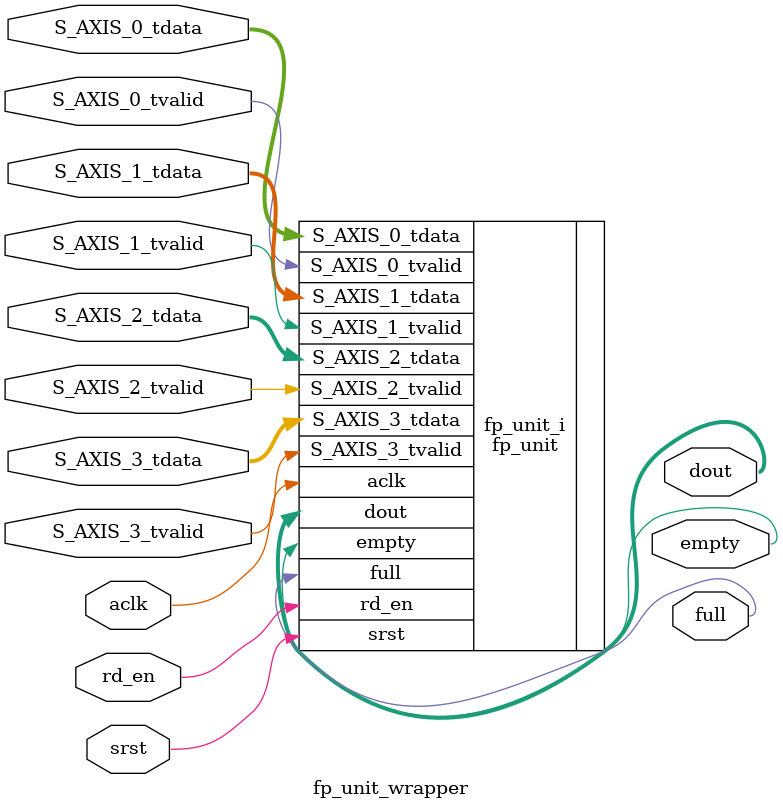
<source format=v>
`timescale 1 ps / 1 ps

module fp_unit_wrapper
   (S_AXIS_0_tdata,
    S_AXIS_0_tvalid,
    S_AXIS_1_tdata,
    S_AXIS_1_tvalid,
    S_AXIS_2_tdata,
    S_AXIS_2_tvalid,
    S_AXIS_3_tdata,
    S_AXIS_3_tvalid,
    aclk,
    dout,
    empty,
    full,
    rd_en,
    srst);
  input [31:0]S_AXIS_0_tdata;
  input S_AXIS_0_tvalid;
  input [31:0]S_AXIS_1_tdata;
  input S_AXIS_1_tvalid;
  input [31:0]S_AXIS_2_tdata;
  input S_AXIS_2_tvalid;
  input [31:0]S_AXIS_3_tdata;
  input S_AXIS_3_tvalid;
  input aclk;
  output [31:0]dout;
  output empty;
  output full;
  input rd_en;
  input srst;

  wire [31:0]S_AXIS_0_tdata;
  wire S_AXIS_0_tvalid;
  wire [31:0]S_AXIS_1_tdata;
  wire S_AXIS_1_tvalid;
  wire [31:0]S_AXIS_2_tdata;
  wire S_AXIS_2_tvalid;
  wire [31:0]S_AXIS_3_tdata;
  wire S_AXIS_3_tvalid;
  wire aclk;
  wire [31:0]dout;
  wire empty;
  wire full;
  wire rd_en;
  wire srst;

  fp_unit fp_unit_i
       (.S_AXIS_0_tdata(S_AXIS_0_tdata),
        .S_AXIS_0_tvalid(S_AXIS_0_tvalid),
        .S_AXIS_1_tdata(S_AXIS_1_tdata),
        .S_AXIS_1_tvalid(S_AXIS_1_tvalid),
        .S_AXIS_2_tdata(S_AXIS_2_tdata),
        .S_AXIS_2_tvalid(S_AXIS_2_tvalid),
        .S_AXIS_3_tdata(S_AXIS_3_tdata),
        .S_AXIS_3_tvalid(S_AXIS_3_tvalid),
        .aclk(aclk),
        .dout(dout),
        .empty(empty),
        .full(full),
        .rd_en(rd_en),
        .srst(srst));
endmodule

</source>
